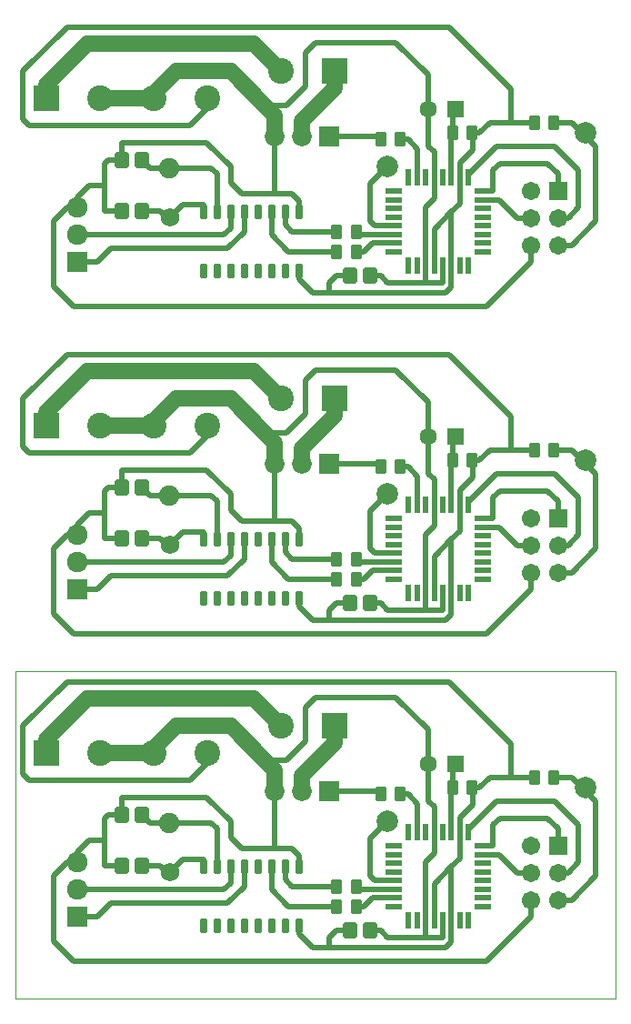
<source format=gbr>
%TF.GenerationSoftware,Novarm,DipTrace,4.2.0.1*%
%TF.CreationDate,2022-02-26T22:45:53+02:00*%
%FSLAX26Y26*%
%MOIN*%
%TF.FileFunction,Copper,L1,Top*%
%TF.Part,Single*%
%AMOUTLINE0*
4,1,28,
-0.025591,-0.019803,
-0.025591,0.019803,
-0.025259,0.02232,
-0.024288,0.024665,
-0.022742,0.026679,
-0.020728,0.028225,
-0.018383,0.029196,
-0.015866,0.029528,
0.015866,0.029528,
0.018383,0.029196,
0.020728,0.028225,
0.022742,0.026679,
0.024288,0.024665,
0.025259,0.02232,
0.025591,0.019803,
0.025591,-0.019803,
0.025259,-0.02232,
0.024288,-0.024665,
0.022742,-0.026679,
0.020728,-0.028225,
0.018383,-0.029196,
0.015866,-0.029528,
-0.015866,-0.029528,
-0.018383,-0.029196,
-0.020728,-0.028225,
-0.022742,-0.026679,
-0.024288,-0.024665,
-0.025259,-0.02232,
-0.025591,-0.019803,
0*%
%AMOUTLINE3*
4,1,28,
0.025591,0.019803,
0.025591,-0.019803,
0.025259,-0.02232,
0.024288,-0.024665,
0.022742,-0.026679,
0.020728,-0.028225,
0.018383,-0.029196,
0.015866,-0.029528,
-0.015866,-0.029528,
-0.018383,-0.029196,
-0.020728,-0.028225,
-0.022742,-0.026679,
-0.024288,-0.024665,
-0.025259,-0.02232,
-0.025591,-0.019803,
-0.025591,0.019803,
-0.025259,0.02232,
-0.024288,0.024665,
-0.022742,0.026679,
-0.020728,0.028225,
-0.018383,0.029196,
-0.015866,0.029528,
0.015866,0.029528,
0.018383,0.029196,
0.020728,0.028225,
0.022742,0.026679,
0.024288,0.024665,
0.025259,0.02232,
0.025591,0.019803,
0*%
%AMOUTLINE6*
4,1,28,
-0.009449,0.027953,
0.009449,0.027953,
0.011996,0.027617,
0.01437,0.026634,
0.016409,0.02507,
0.017973,0.023031,
0.018956,0.020658,
0.019291,0.01811,
0.019291,-0.01811,
0.018956,-0.020658,
0.017973,-0.023031,
0.016409,-0.02507,
0.01437,-0.026634,
0.011996,-0.027617,
0.009449,-0.027953,
-0.009449,-0.027953,
-0.011996,-0.027617,
-0.01437,-0.026634,
-0.016409,-0.02507,
-0.017973,-0.023031,
-0.018956,-0.020658,
-0.019291,-0.01811,
-0.019291,0.01811,
-0.018956,0.020658,
-0.017973,0.023031,
-0.016409,0.02507,
-0.01437,0.026634,
-0.011996,0.027617,
-0.009449,0.027953,
0*%
%AMOUTLINE9*
4,1,28,
0.009449,-0.027953,
-0.009449,-0.027953,
-0.011996,-0.027617,
-0.01437,-0.026634,
-0.016409,-0.02507,
-0.017973,-0.023031,
-0.018956,-0.020658,
-0.019291,-0.01811,
-0.019291,0.01811,
-0.018956,0.020658,
-0.017973,0.023031,
-0.016409,0.02507,
-0.01437,0.026634,
-0.011996,0.027617,
-0.009449,0.027953,
0.009449,0.027953,
0.011996,0.027617,
0.01437,0.026634,
0.016409,0.02507,
0.017973,0.023031,
0.018956,0.020658,
0.019291,0.01811,
0.019291,-0.01811,
0.018956,-0.020658,
0.017973,-0.023031,
0.016409,-0.02507,
0.01437,-0.026634,
0.011996,-0.027617,
0.009449,-0.027953,
0*%
%AMOUTLINE12*
4,1,28,
0.012205,0.022614,
0.012205,-0.022614,
0.012097,-0.023435,
0.01178,-0.024201,
0.011275,-0.024858,
0.010618,-0.025362,
0.009853,-0.025679,
0.009031,-0.025787,
-0.009031,-0.025787,
-0.009853,-0.025679,
-0.010618,-0.025362,
-0.011275,-0.024858,
-0.01178,-0.024201,
-0.012097,-0.023435,
-0.012205,-0.022614,
-0.012205,0.022614,
-0.012097,0.023435,
-0.01178,0.024201,
-0.011275,0.024858,
-0.010618,0.025362,
-0.009853,0.025679,
-0.009031,0.025787,
0.009031,0.025787,
0.009853,0.025679,
0.010618,0.025362,
0.011275,0.024858,
0.01178,0.024201,
0.012097,0.023435,
0.012205,0.022614,
0*%
%AMOUTLINE15*
4,1,28,
-0.005709,0.029528,
0.005709,0.029528,
0.007135,0.02934,
0.008465,0.028789,
0.009606,0.027913,
0.010482,0.026772,
0.011033,0.025442,
0.01122,0.024016,
0.01122,-0.024016,
0.011033,-0.025442,
0.010482,-0.026772,
0.009606,-0.027913,
0.008465,-0.028789,
0.007135,-0.02934,
0.005709,-0.029528,
-0.005709,-0.029528,
-0.007135,-0.02934,
-0.008465,-0.028789,
-0.009606,-0.027913,
-0.010482,-0.026772,
-0.011033,-0.025442,
-0.01122,-0.024016,
-0.01122,0.024016,
-0.011033,0.025442,
-0.010482,0.026772,
-0.009606,0.027913,
-0.008465,0.028789,
-0.007135,0.02934,
-0.005709,0.029528,
0*%
%AMOUTLINE18*
4,1,28,
-0.029528,-0.005709,
-0.029528,0.005709,
-0.02934,0.007135,
-0.028789,0.008465,
-0.027913,0.009606,
-0.026772,0.010482,
-0.025442,0.011033,
-0.024016,0.01122,
0.024016,0.01122,
0.025442,0.011033,
0.026772,0.010482,
0.027913,0.009606,
0.028789,0.008465,
0.02934,0.007135,
0.029528,0.005709,
0.029528,-0.005709,
0.02934,-0.007135,
0.028789,-0.008465,
0.027913,-0.009606,
0.026772,-0.010482,
0.025442,-0.011033,
0.024016,-0.01122,
-0.024016,-0.01122,
-0.025442,-0.011033,
-0.026772,-0.010482,
-0.027913,-0.009606,
-0.028789,-0.008465,
-0.02934,-0.007135,
-0.029528,-0.005709,
0*%
%AMOUTLINE21*
4,1,28,
0.005709,-0.029528,
-0.005709,-0.029528,
-0.007135,-0.02934,
-0.008465,-0.028789,
-0.009606,-0.027913,
-0.010482,-0.026772,
-0.011033,-0.025442,
-0.01122,-0.024016,
-0.01122,0.024016,
-0.011033,0.025442,
-0.010482,0.026772,
-0.009606,0.027913,
-0.008465,0.028789,
-0.007135,0.02934,
-0.005709,0.029528,
0.005709,0.029528,
0.007135,0.02934,
0.008465,0.028789,
0.009606,0.027913,
0.010482,0.026772,
0.011033,0.025442,
0.01122,0.024016,
0.01122,-0.024016,
0.011033,-0.025442,
0.010482,-0.026772,
0.009606,-0.027913,
0.008465,-0.028789,
0.007135,-0.02934,
0.005709,-0.029528,
0*%
%AMOUTLINE24*
4,1,28,
0.029528,0.005709,
0.029528,-0.005709,
0.02934,-0.007135,
0.028789,-0.008465,
0.027913,-0.009606,
0.026772,-0.010482,
0.025442,-0.011033,
0.024016,-0.01122,
-0.024016,-0.01122,
-0.025442,-0.011033,
-0.026772,-0.010482,
-0.027913,-0.009606,
-0.028789,-0.008465,
-0.02934,-0.007135,
-0.029528,-0.005709,
-0.029528,0.005709,
-0.02934,0.007135,
-0.028789,0.008465,
-0.027913,0.009606,
-0.026772,0.010482,
-0.025442,0.011033,
-0.024016,0.01122,
0.024016,0.01122,
0.025442,0.011033,
0.026772,0.010482,
0.027913,0.009606,
0.028789,0.008465,
0.02934,0.007135,
0.029528,0.005709,
0*%
%ADD10C,0.004724*%
%TA.AperFunction,Conductor*%
%ADD13C,0.019685*%
%ADD14C,0.059055*%
%TA.AperFunction,Nonconductor*%
%ADD15C,0.075*%
%ADD16C,0.068751*%
%TA.AperFunction,ComponentPad*%
%ADD19R,0.067323X0.067323*%
%ADD20C,0.067323*%
%ADD21R,0.075591X0.075591*%
%ADD22C,0.075591*%
%ADD23R,0.094488X0.094488*%
%ADD24C,0.094488*%
%ADD25R,0.072835X0.072835*%
%ADD26C,0.072835*%
%ADD27C,0.062992*%
%ADD28R,0.062992X0.062992*%
%ADD30C,0.040551*%
%TA.AperFunction,ViaPad*%
%ADD31C,0.07874*%
%ADD63OUTLINE0*%
%ADD66OUTLINE3*%
%ADD69OUTLINE6*%
%ADD72OUTLINE9*%
%ADD75OUTLINE12*%
%ADD78OUTLINE15*%
%ADD81OUTLINE18*%
%ADD84OUTLINE21*%
%ADD87OUTLINE24*%
G75*
G01*
%LPD*%
X1927953Y1006496D2*
D13*
Y1096949D1*
X1906201Y1118701D1*
Y1256201D1*
X1896457Y680906D2*
Y896457D1*
X1927953Y927953D1*
Y1006496D1*
X1693602Y643701D2*
X1731201D1*
X1756201Y618701D1*
X1896457D1*
X1959449D1*
Y680906D1*
X781299Y881201D2*
X718701D1*
Y976885D1*
Y1056201D1*
X731201Y1068701D1*
X781299D1*
X618701Y893701D2*
Y931201D1*
X664385Y976885D1*
X718701D1*
X1431201Y876969D2*
Y918701D1*
X1406201Y943701D1*
X1343701D1*
X1222959D1*
X1181201Y985459D1*
Y1043701D1*
X1093701Y1131201D1*
X781201D1*
Y1068799D1*
X781299Y1068701D1*
X1343701Y1156201D2*
Y943701D1*
X618701Y893701D2*
X581201D1*
X531201Y843701D1*
Y606201D1*
X606201Y531201D1*
X2118701D1*
X2281201Y693701D1*
Y756201D1*
X1896457Y680906D2*
Y618701D1*
X703051Y1293701D2*
D14*
X899902D1*
Y1312402D1*
X981201Y1393701D1*
X1181201D1*
X1306203Y1268698D1*
X1343701Y1231201D1*
Y1156201D1*
X1306203Y1268698D2*
D13*
X1387448D1*
X1456201Y1337450D1*
Y1462450D1*
X1493701Y1499950D1*
X1787451D1*
X1906201Y1381201D1*
Y1256201D1*
X1331201Y876969D2*
Y793701D1*
X1393701Y731201D1*
X1570965D1*
X1381201Y876969D2*
Y831201D1*
X1406201Y806201D1*
X1570965D1*
X1780906Y796457D2*
X1651181D1*
X1641437Y806201D1*
X1780906Y764961D2*
X1702461D1*
X1668701Y731201D1*
X1641437D1*
X1927953Y2206496D2*
Y2296949D1*
X1906201Y2318701D1*
Y2456201D1*
X1896457Y1880906D2*
Y2096457D1*
X1927953Y2127953D1*
Y2206496D1*
X1693602Y1843701D2*
X1731201D1*
X1756201Y1818701D1*
X1896457D1*
X1959449D1*
Y1880906D1*
X781299Y2081201D2*
X718701D1*
Y2176885D1*
Y2256201D1*
X731201Y2268701D1*
X781299D1*
X618701Y2093701D2*
Y2131201D1*
X664385Y2176885D1*
X718701D1*
X1431201Y2076969D2*
Y2118701D1*
X1406201Y2143701D1*
X1343701D1*
X1222959D1*
X1181201Y2185459D1*
Y2243701D1*
X1093701Y2331201D1*
X781201D1*
Y2268799D1*
X781299Y2268701D1*
X1343701Y2356201D2*
Y2143701D1*
X618701Y2093701D2*
X581201D1*
X531201Y2043701D1*
Y1806201D1*
X606201Y1731201D1*
X2118701D1*
X2281201Y1893701D1*
Y1956201D1*
X1896457Y1880906D2*
Y1818701D1*
X703051Y2493701D2*
D14*
X899902D1*
Y2512402D1*
X981201Y2593701D1*
X1181201D1*
X1306203Y2468698D1*
X1343701Y2431201D1*
Y2356201D1*
X1306203Y2468698D2*
D13*
X1387449D1*
X1456201Y2537450D1*
Y2662450D1*
X1493701Y2699950D1*
X1787451D1*
X1906201Y2581201D1*
Y2456201D1*
X1331201Y2076969D2*
Y1993701D1*
X1393701Y1931201D1*
X1570965D1*
X2106496Y953937D2*
X2141437D1*
X2143701Y956201D1*
Y1031201D1*
X2168701Y1056201D1*
X2343701D1*
X2381201Y1018701D1*
Y956201D1*
X2281201Y856201D2*
X2231201D1*
X2164961Y922441D1*
X2106496D1*
X2053937Y1006496D2*
Y1016437D1*
X2156201Y1118701D1*
X2368701D1*
X2456201Y1031201D1*
Y893701D1*
X2418701Y856201D1*
X2381201D1*
X2366437Y1206201D2*
X2431201D1*
X2474950Y1162451D1*
X2518701Y1118701D1*
Y843701D1*
X2431201Y756201D1*
X2381201D1*
X1780906Y827953D2*
X1709449D1*
X1693701Y843701D1*
Y981201D1*
X1756201Y1043701D1*
X2481201Y1168701D2*
X2474950Y1162451D1*
X1995965Y1168701D2*
Y1245965D1*
X2006201Y1256201D1*
X1990945Y1006496D2*
Y1163681D1*
X1995965Y1168701D1*
X1231201Y876969D2*
Y806201D1*
X1168701Y743701D1*
X743701D1*
X693701Y693701D1*
X618701D1*
X1181201Y876969D2*
Y818701D1*
X1156201Y793701D1*
X618701D1*
X1081201Y876969D2*
Y906201D1*
X1006201D1*
X956201Y856201D1*
Y847638D1*
X856102Y881201D2*
X922638D1*
X956201Y847638D1*
X1131201Y876969D2*
Y1018701D1*
X1110138Y1039764D1*
X956201D1*
X885039D1*
X856102Y1068701D1*
X1443701Y1156201D2*
D14*
Y1212450D1*
X1562451Y1331201D1*
Y1393701D1*
X1365601D2*
X1265601Y1493701D1*
X656201D1*
X506201Y1343701D1*
Y1293701D1*
X1864961Y1006496D2*
D13*
Y1109941D1*
X1831201Y1143701D1*
X1803937D1*
X1543701Y1156201D2*
X1720965D1*
X1733465Y1143701D1*
X1381201Y2076969D2*
Y2031201D1*
X1406201Y2006201D1*
X1570965D1*
X1780906Y1996457D2*
X1651181D1*
X1641437Y2006201D1*
X1780906Y1964961D2*
X1702461D1*
X1668701Y1931201D1*
X1641437D1*
X2106496Y2153937D2*
X2141437D1*
X2143701Y2156201D1*
Y2231201D1*
X2168701Y2256201D1*
X2343701D1*
X2381201Y2218701D1*
Y2156201D1*
X2281201Y2056201D2*
X2231201D1*
X2164961Y2122441D1*
X2106496D1*
X2053937Y2206496D2*
Y2216437D1*
X2156201Y2318701D1*
X2368701D1*
X2456201Y2231201D1*
Y2093701D1*
X2418701Y2056201D1*
X2381201D1*
X2366437Y2406201D2*
X2431201D1*
X2474950Y2362451D1*
X2518701Y2318701D1*
Y2043701D1*
X2431201Y1956201D1*
X2381201D1*
X1780906Y2027953D2*
X1709449D1*
X1693701Y2043701D1*
Y2181201D1*
X1756201Y2243701D1*
X2481201Y2368701D2*
X2474950Y2362451D1*
X1995965Y2368701D2*
Y2445965D1*
X2006201Y2456201D1*
X1990945Y2206496D2*
Y2363681D1*
X1995965Y2368701D1*
X1231201Y2076969D2*
Y2006201D1*
X1168701Y1943701D1*
X743701D1*
X693701Y1893701D1*
X618701D1*
X1181201Y2076969D2*
Y2018701D1*
X1156201Y1993701D1*
X618701D1*
X1081201Y2076969D2*
Y2106201D1*
X1006201D1*
X956201Y2056201D1*
Y2047638D1*
X856102Y2081201D2*
X922638D1*
X956201Y2047638D1*
X1131201Y2076969D2*
Y2218701D1*
X1110138Y2239764D1*
X956201D1*
X885039D1*
X856102Y2268701D1*
X1443701Y2356201D2*
D14*
Y2412450D1*
X1562451Y2531201D1*
Y2593701D1*
X1365601D2*
X1265601Y2693701D1*
X656201D1*
X506201Y2543701D1*
Y2493701D1*
X1864961Y2206496D2*
D13*
Y2309941D1*
X1831201Y2343701D1*
X1803937D1*
X1543701Y2356201D2*
X1720965D1*
X1733465Y2343701D1*
X2022441Y2206496D2*
Y2259941D1*
X2068701Y2306201D1*
Y2366437D1*
X2066437Y2368701D1*
X1990945Y1880906D2*
Y2078445D1*
X2022441Y2109941D1*
Y2206496D1*
X1927953Y1880906D2*
Y2015453D1*
X1990945Y2078445D1*
Y1880906D2*
Y1803445D1*
X1968701Y1781201D1*
X1543701D1*
X1481201D1*
X1431201Y1831201D1*
Y1860433D1*
X2066437Y2368701D2*
X2093701D1*
X2131201Y2406201D1*
X2209686D1*
X2295965D1*
X1618799Y1843701D2*
X1568701D1*
X1543701Y1818701D1*
Y1781201D1*
X1096752Y2493701D2*
Y2459252D1*
X1031201Y2393701D1*
X443701D1*
X418701Y2418701D1*
Y2593701D1*
X581201Y2756201D1*
X1981201D1*
X2209686Y2527715D1*
Y2406201D1*
X1927953Y3406496D2*
Y3496949D1*
X1906201Y3518701D1*
Y3656201D1*
X1896457Y3080906D2*
Y3296457D1*
X1927953Y3327953D1*
Y3406496D1*
X1693602Y3043701D2*
X1731201D1*
X1756201Y3018701D1*
X1896457D1*
X1959449D1*
Y3080906D1*
X781299Y3281201D2*
X718701D1*
Y3376885D1*
Y3456201D1*
X731201Y3468701D1*
X781299D1*
X618701Y3293701D2*
Y3331201D1*
X664385Y3376885D1*
X718701D1*
X1431201Y3276969D2*
Y3318701D1*
X1406201Y3343701D1*
X1343701D1*
X1222959D1*
X1181201Y3385459D1*
Y3443701D1*
X1093701Y3531201D1*
X781201D1*
Y3468799D1*
X781299Y3468701D1*
X1343701Y3556201D2*
Y3343701D1*
X618701Y3293701D2*
X581201D1*
X531201Y3243701D1*
Y3006201D1*
X606201Y2931201D1*
X2118701D1*
X2281201Y3093701D1*
Y3156201D1*
X1896457Y3080906D2*
Y3018701D1*
X703051Y3693701D2*
D14*
X899902D1*
Y3712402D1*
X981201Y3793701D1*
X1181201D1*
X1306203Y3668698D1*
X1343701Y3631201D1*
Y3556201D1*
X1306203Y3668698D2*
D13*
X1387449D1*
X1456201Y3737450D1*
Y3862450D1*
X1493701Y3899950D1*
X1787451D1*
X1906201Y3781201D1*
Y3656201D1*
X1331201Y3276969D2*
Y3193701D1*
X1393701Y3131201D1*
X1570965D1*
X1381201Y3276969D2*
Y3231201D1*
X1406201Y3206201D1*
X1570965D1*
X1780906Y3196457D2*
X1651181D1*
X1641437Y3206201D1*
X1780906Y3164961D2*
X1702461D1*
X1668701Y3131201D1*
X1641437D1*
X2106496Y3353937D2*
X2141437D1*
X2143701Y3356201D1*
Y3431201D1*
X2168701Y3456201D1*
X2343701D1*
X2381201Y3418701D1*
Y3356201D1*
X2281201Y3256201D2*
X2231201D1*
X2164961Y3322441D1*
X2106496D1*
X2053937Y3406496D2*
Y3416437D1*
X2156201Y3518701D1*
X2368701D1*
X2456201Y3431201D1*
Y3293701D1*
X2418701Y3256201D1*
X2381201D1*
X2366437Y3606201D2*
X2431201D1*
X2474950Y3562451D1*
X2518701Y3518701D1*
Y3243701D1*
X2431201Y3156201D1*
X2381201D1*
X1780906Y3227953D2*
X1709449D1*
X1693701Y3243701D1*
Y3381201D1*
X1756201Y3443701D1*
X2481201Y3568701D2*
X2474950Y3562451D1*
X1995965Y3568701D2*
Y3645965D1*
X2006201Y3656201D1*
X1990945Y3406496D2*
Y3563681D1*
X1995965Y3568701D1*
X1231201Y3276969D2*
Y3206201D1*
X1168701Y3143701D1*
X743701D1*
X693701Y3093701D1*
X618701D1*
X1181201Y3276969D2*
Y3218701D1*
X1156201Y3193701D1*
X618701D1*
X1081201Y3276969D2*
Y3306201D1*
X1006201D1*
X956201Y3256201D1*
Y3247638D1*
X856102Y3281201D2*
X922638D1*
X956201Y3247638D1*
X1131201Y3276969D2*
Y3418701D1*
X1110138Y3439764D1*
X956201D1*
X885039D1*
X856102Y3468701D1*
X1443701Y3556201D2*
D14*
Y3612450D1*
X1562451Y3731201D1*
Y3793701D1*
X1365601D2*
X1265601Y3893701D1*
X656201D1*
X506201Y3743701D1*
Y3693701D1*
X1864961Y3406496D2*
D13*
Y3509941D1*
X1831201Y3543701D1*
X1803937D1*
X1543701Y3556201D2*
X1720965D1*
X1733465Y3543701D1*
X2022441Y3406496D2*
Y3459941D1*
X2068701Y3506201D1*
Y3566437D1*
X2066437Y3568701D1*
X1990945Y3080906D2*
Y3278445D1*
X2022441Y3309941D1*
Y3406496D1*
X1927953Y3080906D2*
Y3215453D1*
X1990945Y3278445D1*
Y3080906D2*
Y3003445D1*
X1968701Y2981201D1*
X1543701D1*
X1481201D1*
X1431201Y3031201D1*
Y3060433D1*
X2066437Y3568701D2*
X2093701D1*
X2131201Y3606201D1*
X2209686D1*
X2295965D1*
X1618799Y3043701D2*
X1568701D1*
X1543701Y3018701D1*
Y2981201D1*
X1096752Y3693701D2*
Y3659252D1*
X1031201Y3593701D1*
X443701D1*
X418701Y3618701D1*
Y3793701D1*
X581201Y3956201D1*
X1981201D1*
X2209686Y3727715D1*
Y3606201D1*
X2022441Y1006496D2*
Y1059941D1*
X2068701Y1106201D1*
Y1166437D1*
X2066437Y1168701D1*
X1990945Y680906D2*
Y878445D1*
X2022441Y909941D1*
Y1006496D1*
X1927953Y680906D2*
Y815453D1*
X1990945Y878445D1*
Y680906D2*
Y603445D1*
X1968701Y581201D1*
X1543701D1*
X1481201D1*
X1431201Y631201D1*
Y660433D1*
X2066437Y1168701D2*
X2093701D1*
X2131201Y1206201D1*
X2209686D1*
X2295965D1*
X1618799Y643701D2*
X1568701D1*
X1543701Y618701D1*
Y581201D1*
X1096752Y1293701D2*
Y1259252D1*
X1031201Y1193701D1*
X443701D1*
X418701Y1218701D1*
Y1393701D1*
X581201Y1556201D1*
X1981201D1*
X2209686Y1327715D1*
Y1206201D1*
D31*
X1756201Y1043701D3*
X2481201Y1168701D3*
X1756201Y2243701D3*
X2481201Y2368701D3*
X1756201Y3443701D3*
X2481201Y3568701D3*
D63*
X781299Y1068701D3*
X856102D3*
X781299Y881201D3*
X856102D3*
D66*
X1693602Y643701D3*
X1618799D3*
D19*
X2381201Y956201D3*
D20*
X2281201D3*
X2381201Y856201D3*
X2281201D3*
X2381201Y756201D3*
X2281201D3*
D21*
X618701Y693701D3*
D22*
Y793701D3*
Y893701D3*
D23*
X506201Y1293701D3*
D24*
X703051D3*
X899902D3*
X1096752D3*
D23*
X1562451Y1393701D3*
D24*
X1365601D3*
D25*
X1543701Y1156201D3*
D26*
X1443701D3*
X1343701D3*
D69*
X1570965Y731201D3*
D72*
X1641437D3*
D69*
X1570965Y806201D3*
D72*
X1641437D3*
D69*
X2295965Y1206201D3*
D72*
X2366437D3*
X2066437Y1168701D3*
D69*
X1995965D3*
D27*
X1906201Y1256201D3*
D28*
X2006201D3*
D69*
X1733465Y1143701D3*
D72*
X1803937D3*
D75*
X1431201Y876969D3*
X1381201D3*
X1331201D3*
X1281201D3*
X1231201D3*
X1181201D3*
X1131201D3*
X1081201D3*
Y660433D3*
X1131201D3*
X1181201D3*
X1231201D3*
X1281201D3*
X1331201D3*
X1381201D3*
X1431201D3*
D78*
X1833465Y680906D3*
X1864961D3*
X1896457D3*
X1927953D3*
X1959449D3*
X1990945D3*
X2022441D3*
X2053937D3*
D81*
X2106496Y733465D3*
Y764961D3*
Y796457D3*
Y827953D3*
Y859449D3*
Y890945D3*
Y922441D3*
Y953937D3*
D84*
X2053937Y1006496D3*
X2022441D3*
X1990945D3*
X1959449D3*
X1927953D3*
X1896457D3*
X1864961D3*
X1833465D3*
D87*
X1780906Y953937D3*
Y922441D3*
Y890945D3*
Y859449D3*
Y827953D3*
Y796457D3*
Y764961D3*
Y733465D3*
D30*
X956201Y847638D3*
Y1039764D3*
D63*
X781299Y2268701D3*
X856102D3*
X781299Y2081201D3*
X856102D3*
D66*
X1693602Y1843701D3*
X1618799D3*
D19*
X2381201Y2156201D3*
D20*
X2281201D3*
X2381201Y2056201D3*
X2281201D3*
X2381201Y1956201D3*
X2281201D3*
D21*
X618701Y1893701D3*
D22*
Y1993701D3*
Y2093701D3*
D23*
X506201Y2493701D3*
D24*
X703051D3*
X899902D3*
X1096752D3*
D23*
X1562451Y2593701D3*
D24*
X1365601D3*
D25*
X1543701Y2356201D3*
D26*
X1443701D3*
X1343701D3*
D69*
X1570965Y1931201D3*
D72*
X1641437D3*
D69*
X1570965Y2006201D3*
D72*
X1641437D3*
D69*
X2295965Y2406201D3*
D72*
X2366437D3*
X2066437Y2368701D3*
D69*
X1995965D3*
D27*
X1906201Y2456201D3*
D28*
X2006201D3*
D69*
X1733465Y2343701D3*
D72*
X1803937D3*
D75*
X1431201Y2076969D3*
X1381201D3*
X1331201D3*
X1281201D3*
X1231201D3*
X1181201D3*
X1131201D3*
X1081201D3*
Y1860433D3*
X1131201D3*
X1181201D3*
X1231201D3*
X1281201D3*
X1331201D3*
X1381201D3*
X1431201D3*
D78*
X1833465Y1880906D3*
X1864961D3*
X1896457D3*
X1927953D3*
X1959449D3*
X1990945D3*
X2022441D3*
X2053937D3*
D81*
X2106496Y1933465D3*
Y1964961D3*
Y1996457D3*
Y2027953D3*
Y2059449D3*
Y2090945D3*
Y2122441D3*
Y2153937D3*
D84*
X2053937Y2206496D3*
X2022441D3*
X1990945D3*
X1959449D3*
X1927953D3*
X1896457D3*
X1864961D3*
X1833465D3*
D87*
X1780906Y2153937D3*
Y2122441D3*
Y2090945D3*
Y2059449D3*
Y2027953D3*
Y1996457D3*
Y1964961D3*
Y1933465D3*
D30*
X956201Y2047638D3*
Y2239764D3*
D63*
X781299Y3468701D3*
X856102D3*
X781299Y3281201D3*
X856102D3*
D66*
X1693602Y3043701D3*
X1618799D3*
D19*
X2381201Y3356201D3*
D20*
X2281201D3*
X2381201Y3256201D3*
X2281201D3*
X2381201Y3156201D3*
X2281201D3*
D21*
X618701Y3093701D3*
D22*
Y3193701D3*
Y3293701D3*
D23*
X506201Y3693701D3*
D24*
X703051D3*
X899902D3*
X1096752D3*
D23*
X1562451Y3793701D3*
D24*
X1365601D3*
D25*
X1543701Y3556201D3*
D26*
X1443701D3*
X1343701D3*
D69*
X1570965Y3131201D3*
D72*
X1641437D3*
D69*
X1570965Y3206201D3*
D72*
X1641437D3*
D69*
X2295965Y3606201D3*
D72*
X2366437D3*
X2066437Y3568701D3*
D69*
X1995965D3*
D27*
X1906201Y3656201D3*
D28*
X2006201D3*
D69*
X1733465Y3543701D3*
D72*
X1803937D3*
D75*
X1431201Y3276969D3*
X1381201D3*
X1331201D3*
X1281201D3*
X1231201D3*
X1181201D3*
X1131201D3*
X1081201D3*
Y3060433D3*
X1131201D3*
X1181201D3*
X1231201D3*
X1281201D3*
X1331201D3*
X1381201D3*
X1431201D3*
D78*
X1833465Y3080906D3*
X1864961D3*
X1896457D3*
X1927953D3*
X1959449D3*
X1990945D3*
X2022441D3*
X2053937D3*
D81*
X2106496Y3133465D3*
Y3164961D3*
Y3196457D3*
Y3227953D3*
Y3259449D3*
Y3290945D3*
Y3322441D3*
Y3353937D3*
D84*
X2053937Y3406496D3*
X2022441D3*
X1990945D3*
X1959449D3*
X1927953D3*
X1896457D3*
X1864961D3*
X1833465D3*
D87*
X1780906Y3353937D3*
Y3322441D3*
Y3290945D3*
Y3259449D3*
Y3227953D3*
Y3196457D3*
Y3164961D3*
Y3133465D3*
D30*
X956201Y3247638D3*
Y3439764D3*
D15*
Y1037450D3*
D16*
X959325Y859325D3*
D15*
X956201Y2237450D3*
D16*
X959325Y2059325D3*
D15*
X956201Y3437450D3*
D16*
X959325Y3259325D3*
X393701Y1593701D2*
D10*
X2593701D1*
Y393701D1*
X393701D1*
Y1593701D1*
M02*

</source>
